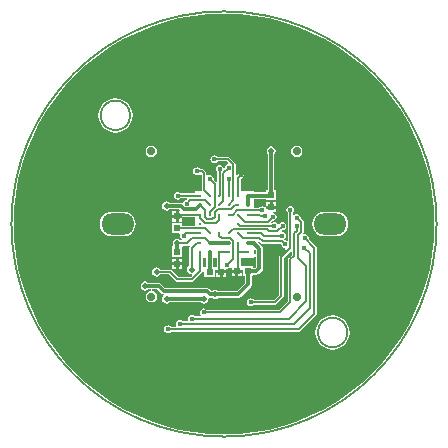
<source format=gtl>
%FSLAX25Y25*%
%MOIN*%
G70*
G01*
G75*
G04 Layer_Physical_Order=1*
G04 Layer_Color=255*
%ADD10R,0.02362X0.02362*%
%ADD11R,0.02362X0.02362*%
%ADD12C,0.01142*%
%ADD13C,0.00500*%
%ADD14C,0.00600*%
%ADD15C,0.01200*%
%ADD16C,0.00800*%
%ADD17C,0.00250*%
%ADD18C,0.02756*%
%ADD19O,0.11024X0.07087*%
%ADD20C,0.02000*%
%ADD21C,0.01600*%
G36*
X5001Y69932D02*
X9977Y69397D01*
X14903Y68509D01*
X19752Y67271D01*
X24501Y65690D01*
X29125Y63775D01*
X33600Y61535D01*
X37904Y58981D01*
X42015Y56127D01*
X45913Y52986D01*
X49546Y49603D01*
X49569Y49569D01*
X49603Y49547D01*
X52986Y45913D01*
X56126Y42016D01*
X58981Y37905D01*
X61535Y33601D01*
X63775Y29125D01*
X65690Y24501D01*
X67270Y19752D01*
X68508Y14903D01*
X69397Y9978D01*
X69932Y5002D01*
X70109Y40D01*
X70101Y0D01*
X70109Y-40D01*
X69932Y-5002D01*
X69397Y-9978D01*
X68508Y-14903D01*
X67270Y-19752D01*
X65690Y-24501D01*
X63775Y-29125D01*
X61535Y-33601D01*
X58981Y-37905D01*
X56126Y-42016D01*
X52986Y-45913D01*
X49603Y-49547D01*
X49569Y-49569D01*
X49546Y-49603D01*
X45913Y-52986D01*
X42015Y-56127D01*
X37904Y-58981D01*
X33600Y-61535D01*
X29125Y-63775D01*
X24501Y-65690D01*
X19752Y-67271D01*
X14903Y-68509D01*
X9977Y-69397D01*
X5001Y-69932D01*
X40Y-70109D01*
X-0Y-70101D01*
X-40Y-70109D01*
X-5002Y-69932D01*
X-9978Y-69397D01*
X-14904Y-68509D01*
X-19753Y-67271D01*
X-24502Y-65690D01*
X-29125Y-63775D01*
X-33601Y-61535D01*
X-37905Y-58981D01*
X-42016Y-56127D01*
X-45913Y-52986D01*
X-49547Y-49603D01*
X-49570Y-49569D01*
X-49603Y-49547D01*
X-52987Y-45913D01*
X-56127Y-42016D01*
X-58981Y-37905D01*
X-61535Y-33601D01*
X-63775Y-29125D01*
X-65691Y-24501D01*
X-67271Y-19752D01*
X-68509Y-14903D01*
X-69398Y-9978D01*
X-69933Y-5002D01*
X-70110Y-40D01*
X-70102Y0D01*
X-70110Y40D01*
X-69933Y5002D01*
X-69398Y9978D01*
X-68509Y14903D01*
X-67271Y19752D01*
X-65691Y24501D01*
X-63775Y29125D01*
X-61535Y33601D01*
X-58981Y37905D01*
X-56127Y42016D01*
X-52987Y45913D01*
X-49603Y49547D01*
X-49570Y49569D01*
X-49547Y49603D01*
X-45913Y52986D01*
X-42016Y56127D01*
X-37905Y58981D01*
X-33601Y61535D01*
X-29125Y63775D01*
X-24502Y65690D01*
X-19753Y67271D01*
X-14904Y68509D01*
X-9978Y69397D01*
X-5002Y69932D01*
X-40Y70109D01*
X-0Y70101D01*
X40Y70109D01*
X5001Y69932D01*
D02*
G37*
%LPC*%
G36*
X-13919Y-13700D02*
X-15100D01*
Y-14881D01*
X-13919D01*
Y-13700D01*
D02*
G37*
G36*
X-16100D02*
X-17281D01*
Y-14881D01*
X-16100D01*
Y-13700D01*
D02*
G37*
G36*
Y-11519D02*
X-17281D01*
Y-12700D01*
X-16100D01*
Y-11519D01*
D02*
G37*
G36*
X-33465Y4078D02*
X-37402D01*
X-38457Y3939D01*
X-39441Y3532D01*
X-40285Y2884D01*
X-40933Y2039D01*
X-41341Y1056D01*
X-41480Y0D01*
X-41341Y-1056D01*
X-40933Y-2039D01*
X-40285Y-2884D01*
X-39441Y-3532D01*
X-38457Y-3939D01*
X-37402Y-4078D01*
X-33465D01*
X-32409Y-3939D01*
X-31425Y-3532D01*
X-30581Y-2884D01*
X-29933Y-2039D01*
X-29525Y-1056D01*
X-29386Y0D01*
X-29525Y1056D01*
X-29933Y2039D01*
X-30581Y2884D01*
X-31425Y3532D01*
X-32409Y3939D01*
X-33465Y4078D01*
D02*
G37*
G36*
X-13919Y-11519D02*
X-15100D01*
Y-12700D01*
X-13919D01*
Y-11519D01*
D02*
G37*
G36*
X-1400Y-16400D02*
X-2581D01*
Y-17581D01*
X-1400D01*
Y-16400D01*
D02*
G37*
G36*
X36190Y-30470D02*
X34710Y-30665D01*
X33330Y-31237D01*
X32145Y-32146D01*
X31236Y-33330D01*
X30665Y-34710D01*
X30470Y-36191D01*
X30665Y-37671D01*
X31236Y-39051D01*
X32145Y-40235D01*
X33330Y-41144D01*
X34710Y-41716D01*
X36190Y-41911D01*
X37671Y-41716D01*
X39050Y-41144D01*
X40235Y-40235D01*
X41144Y-39051D01*
X41715Y-37671D01*
X41910Y-36191D01*
X41715Y-34710D01*
X41144Y-33330D01*
X40235Y-32146D01*
X39050Y-31237D01*
X37671Y-30665D01*
X36190Y-30470D01*
D02*
G37*
G36*
X781Y-16400D02*
X-400D01*
Y-17581D01*
X781D01*
Y-16400D01*
D02*
G37*
G36*
X5881Y-16300D02*
X4700D01*
Y-17481D01*
X5881D01*
Y-16300D01*
D02*
G37*
G36*
X3700D02*
X2519D01*
Y-17481D01*
X3700D01*
Y-16300D01*
D02*
G37*
G36*
X15700Y25929D02*
X15115Y25813D01*
X14619Y25481D01*
X14287Y24985D01*
X14171Y24400D01*
X14287Y23815D01*
X14579Y23379D01*
Y11218D01*
X14019D01*
Y10570D01*
X10000D01*
Y11400D01*
X9600Y11000D01*
X5540D01*
Y15087D01*
X6277Y15823D01*
X6454Y16088D01*
X6516Y16400D01*
X6454Y16712D01*
X6277Y16977D01*
X6012Y17154D01*
X5700Y17216D01*
X5388Y17154D01*
X5123Y16977D01*
X4377Y16230D01*
X3915Y16421D01*
Y19850D01*
X3856Y20143D01*
X3691Y20391D01*
X3691Y20391D01*
X1941Y22141D01*
X1693Y22307D01*
X1400Y22365D01*
X-2147D01*
X-2263Y22537D01*
X-2693Y22825D01*
X-3200Y22926D01*
X-3707Y22825D01*
X-4137Y22537D01*
X-4425Y22107D01*
X-4526Y21600D01*
X-4425Y21093D01*
X-4137Y20663D01*
X-3707Y20375D01*
X-3200Y20275D01*
X-2693Y20375D01*
X-2263Y20663D01*
X-2147Y20835D01*
X1083D01*
X1469Y20449D01*
X1324Y19971D01*
X1093Y19925D01*
X663Y19637D01*
X375Y19207D01*
X274Y18700D01*
X90Y18663D01*
X-275Y18907D01*
X-563Y19337D01*
X-993Y19625D01*
X-1500Y19726D01*
X-2007Y19625D01*
X-2437Y19337D01*
X-2725Y18907D01*
X-2826Y18400D01*
X-2725Y17893D01*
X-2437Y17463D01*
X-2316Y17381D01*
Y14250D01*
X-2778Y14059D01*
X-3515Y14796D01*
X-3475Y15000D01*
X-3575Y15507D01*
X-3863Y15937D01*
X-4293Y16225D01*
X-4800Y16326D01*
X-5307Y16225D01*
X-5494Y16100D01*
X-5935Y16335D01*
Y16900D01*
X-5935Y16900D01*
X-5935Y16900D01*
X-5993Y17193D01*
X-6050Y17276D01*
X-6050Y17276D01*
X-6159Y17441D01*
Y17441D01*
X-6159Y17441D01*
X-6859Y18141D01*
X-7107Y18306D01*
X-7400Y18365D01*
X-7948D01*
X-8063Y18537D01*
X-8493Y18825D01*
X-9000Y18925D01*
X-9507Y18825D01*
X-9937Y18537D01*
X-10225Y18107D01*
X-10326Y17600D01*
X-10225Y17093D01*
X-9937Y16663D01*
X-9507Y16375D01*
X-9000Y16274D01*
X-8493Y16375D01*
X-8063Y16663D01*
X-8063Y16663D01*
Y16663D01*
X-7890Y16749D01*
X-7465Y16486D01*
Y11424D01*
X-7457Y11387D01*
X-7774Y11000D01*
X-9765D01*
Y10265D01*
X-14430D01*
X-14512Y10386D01*
X-14942Y10673D01*
X-15449Y10774D01*
X-15956Y10673D01*
X-16386Y10386D01*
X-16673Y9956D01*
X-16774Y9449D01*
X-16673Y8942D01*
X-16386Y8512D01*
X-15956Y8224D01*
X-15449Y8123D01*
X-14942Y8224D01*
X-14512Y8512D01*
X-14430Y8633D01*
X-12302D01*
X-12300Y8629D01*
X-12346Y8395D01*
X-12501Y8105D01*
X-12907Y8025D01*
X-13337Y7737D01*
X-13625Y7307D01*
X-13662Y7117D01*
X-13858Y7036D01*
X-14287Y7122D01*
X-14287Y7122D01*
X-18079D01*
X-18515Y7413D01*
X-19100Y7529D01*
X-19685Y7413D01*
X-20181Y7081D01*
X-20513Y6585D01*
X-20629Y6000D01*
X-20513Y5415D01*
X-20181Y4919D01*
X-19685Y4587D01*
X-19100Y4471D01*
X-18515Y4587D01*
X-18079Y4879D01*
X-14869D01*
X-14591Y4463D01*
X-14707Y4181D01*
X-15100D01*
Y3000D01*
X-13919D01*
Y2334D01*
X-9765D01*
Y-553D01*
X-13919D01*
Y244D01*
X-17281D01*
Y-3118D01*
X-15063D01*
X-14746Y-3505D01*
X-14830Y-3926D01*
X-14729Y-4433D01*
X-14442Y-4863D01*
X-14082Y-5104D01*
X-14091Y-5133D01*
X-14303Y-5274D01*
X-14584Y-5375D01*
X-15015Y-5087D01*
X-15600Y-4971D01*
X-16185Y-5087D01*
X-16681Y-5419D01*
X-17013Y-5915D01*
X-17129Y-6500D01*
X-17013Y-7085D01*
X-16976Y-7141D01*
X-17211Y-7582D01*
X-17281D01*
Y-10944D01*
X-13919D01*
Y-7582D01*
D01*
Y-7582D01*
X-13755Y-7418D01*
X-12433D01*
X-12082Y-7348D01*
X-11807Y-7164D01*
X-11454Y-7518D01*
X-11554Y-7667D01*
X-11616Y-7980D01*
X-11616Y-7980D01*
Y-13941D01*
X-11881Y-14119D01*
X-12213Y-14615D01*
X-12329Y-15200D01*
X-12213Y-15785D01*
X-11881Y-16281D01*
X-11385Y-16613D01*
X-10806Y-16728D01*
X-10790Y-16779D01*
X-10698Y-17244D01*
X-11038Y-17584D01*
X-15262D01*
X-17423Y-15423D01*
X-17688Y-15246D01*
X-18000Y-15184D01*
X-18000Y-15184D01*
X-21241D01*
X-21419Y-14919D01*
X-21915Y-14587D01*
X-22500Y-14471D01*
X-23085Y-14587D01*
X-23581Y-14919D01*
X-23913Y-15415D01*
X-24029Y-16000D01*
X-23913Y-16585D01*
X-23581Y-17081D01*
X-23085Y-17413D01*
X-22500Y-17529D01*
X-21915Y-17413D01*
X-21419Y-17081D01*
X-21241Y-16816D01*
X-18338D01*
X-16177Y-18977D01*
X-16177Y-18977D01*
X-16018Y-19083D01*
X-15912Y-19154D01*
X-15600Y-19216D01*
X-10700D01*
X-10700Y-19216D01*
X-10388Y-19154D01*
X-10123Y-18977D01*
X-7297Y-16151D01*
X-7297Y-16151D01*
X-7191Y-15992D01*
X-7120Y-15886D01*
X-7058Y-15574D01*
Y-11500D01*
X-5846D01*
Y-14219D01*
X-6518D01*
Y-17581D01*
X-3156D01*
Y-14219D01*
X-3603D01*
Y-11500D01*
X-2492D01*
Y-14219D01*
X-2581D01*
Y-15400D01*
X781D01*
Y-15143D01*
X1046Y-14925D01*
X1554Y-14825D01*
X1984Y-14537D01*
X2040Y-14452D01*
X2519Y-14597D01*
Y-15300D01*
X5881D01*
Y-14119D01*
X5642D01*
Y-11500D01*
X9581D01*
X10678Y-10403D01*
X10000Y-9724D01*
Y-8639D01*
X10263Y-8531D01*
X10678Y-8808D01*
Y-14335D01*
X10335Y-14679D01*
X9818D01*
Y-14119D01*
X6456D01*
Y-17481D01*
X7015D01*
Y-19598D01*
X4235Y-22378D01*
X-1879D01*
X-2315Y-22087D01*
X-2900Y-21971D01*
X-3485Y-22087D01*
X-3921Y-22378D01*
X-4135D01*
X-4957Y-21557D01*
X-5321Y-21314D01*
X-5750Y-21228D01*
X-5750Y-21228D01*
X-19635D01*
X-20957Y-19907D01*
X-21321Y-19664D01*
X-21750Y-19578D01*
X-21750Y-19579D01*
X-25279D01*
X-25715Y-19287D01*
X-26300Y-19171D01*
X-26885Y-19287D01*
X-27381Y-19619D01*
X-27713Y-20115D01*
X-27829Y-20700D01*
X-27713Y-21285D01*
X-27381Y-21781D01*
X-26885Y-22113D01*
X-26300Y-22229D01*
X-25715Y-22113D01*
X-25279Y-21822D01*
X-24369D01*
X-24320Y-22319D01*
X-24320Y-22319D01*
X-24320D01*
X-24945Y-22444D01*
X-25567Y-22859D01*
X-25982Y-23480D01*
X-26127Y-24213D01*
X-25982Y-24945D01*
X-25567Y-25567D01*
X-24945Y-25982D01*
X-24213Y-26127D01*
X-23480Y-25982D01*
X-22859Y-25567D01*
X-22444Y-24945D01*
X-22298Y-24213D01*
X-22444Y-23480D01*
X-22859Y-22859D01*
X-23480Y-22444D01*
X-24106Y-22319D01*
X-24057Y-21822D01*
X-22215D01*
X-20893Y-23143D01*
X-20893Y-23143D01*
X-20529Y-23386D01*
X-20529Y-23386D01*
X-20529Y-23386D01*
D01*
X-20529Y-23386D01*
X-20529Y-23386D01*
X-20100Y-23471D01*
X-20100Y-23472D01*
X-20181Y-23919D01*
X-20513Y-24415D01*
X-20629Y-25000D01*
X-20513Y-25585D01*
X-20181Y-26081D01*
X-19685Y-26413D01*
X-19100Y-26529D01*
X-18515Y-26413D01*
X-18079Y-26122D01*
X-7762D01*
X-7326Y-26413D01*
X-6741Y-26529D01*
X-6155Y-26413D01*
X-5659Y-26081D01*
X-5328Y-25585D01*
X-5211Y-25000D01*
X-5227Y-24921D01*
X-4873Y-24567D01*
X-4600Y-24622D01*
X-4600Y-24622D01*
X-3921D01*
X-3485Y-24913D01*
X-2900Y-25029D01*
X-2315Y-24913D01*
X-1879Y-24622D01*
X4700D01*
X4700Y-24622D01*
X5129Y-24536D01*
X5493Y-24293D01*
X8930Y-20856D01*
X8930Y-20856D01*
X9173Y-20492D01*
X9258Y-20063D01*
Y-17481D01*
X9818D01*
Y-16921D01*
X10800D01*
X10800Y-16922D01*
X11229Y-16836D01*
X11593Y-16593D01*
X12593Y-15593D01*
X12593Y-15593D01*
X12836Y-15229D01*
X12922Y-14800D01*
Y-8200D01*
X12836Y-7771D01*
X12593Y-7407D01*
X12593Y-7407D01*
X11164Y-5978D01*
X11214Y-5856D01*
X11705Y-5758D01*
X12323Y-6377D01*
X12323Y-6377D01*
X12588Y-6554D01*
X12900Y-6616D01*
X18148D01*
X19074Y-6800D01*
X19175Y-7307D01*
X19463Y-7737D01*
X19893Y-8025D01*
X20361Y-8118D01*
X20470Y-8476D01*
X20496Y-8607D01*
X18559Y-10543D01*
X18394Y-10791D01*
X18335Y-11084D01*
Y-23583D01*
X16583Y-25335D01*
X9973D01*
X9858Y-25163D01*
X9428Y-24875D01*
X8920Y-24775D01*
X8413Y-24875D01*
X7983Y-25163D01*
X7696Y-25593D01*
X7595Y-26100D01*
X7696Y-26607D01*
X7983Y-27037D01*
X8413Y-27325D01*
X8920Y-27426D01*
X9428Y-27325D01*
X9858Y-27037D01*
X9973Y-26865D01*
X16900D01*
X17193Y-26807D01*
X17441Y-26641D01*
X19641Y-24441D01*
X19806Y-24193D01*
X19865Y-23900D01*
X19865Y-23900D01*
X19865Y-23900D01*
Y-23900D01*
Y-11401D01*
X22073Y-9192D01*
X22535Y-9383D01*
Y-10268D01*
X21544Y-11259D01*
X21378Y-11507D01*
X21320Y-11800D01*
Y-25599D01*
X18183Y-28735D01*
X-5775D01*
X-5890Y-28563D01*
X-6320Y-28275D01*
X-6828Y-28174D01*
X-7335Y-28275D01*
X-7765Y-28563D01*
X-8052Y-28993D01*
X-8153Y-29500D01*
X-8052Y-30007D01*
X-7828Y-30343D01*
X-8063Y-30784D01*
X-9746D01*
X-9827Y-30663D01*
X-10257Y-30375D01*
X-10765Y-30275D01*
X-11272Y-30375D01*
X-11702Y-30663D01*
X-11989Y-31093D01*
X-12090Y-31600D01*
X-11991Y-32098D01*
X-12308Y-32484D01*
X-13683D01*
X-13764Y-32363D01*
X-14194Y-32075D01*
X-14702Y-31975D01*
X-15209Y-32075D01*
X-15639Y-32363D01*
X-15926Y-32793D01*
X-16027Y-33300D01*
X-15926Y-33807D01*
X-15902Y-33843D01*
X-16138Y-34284D01*
X-17620D01*
X-17701Y-34163D01*
X-18131Y-33875D01*
X-18639Y-33775D01*
X-19146Y-33875D01*
X-19576Y-34163D01*
X-19863Y-34593D01*
X-19964Y-35100D01*
X-19863Y-35607D01*
X-19576Y-36037D01*
X-19146Y-36325D01*
X-18639Y-36426D01*
X-18131Y-36325D01*
X-17701Y-36037D01*
X-17620Y-35916D01*
X24900D01*
X24900Y-35916D01*
X25212Y-35854D01*
X25477Y-35677D01*
X30677Y-30477D01*
X30854Y-30212D01*
X30916Y-29900D01*
X30916Y-29900D01*
Y-7900D01*
X30916Y-7900D01*
X30916Y-7900D01*
X30854Y-7588D01*
X30794Y-7498D01*
X30794Y-7498D01*
X30783Y-7482D01*
Y-7482D01*
D01*
D01*
Y-7482D01*
D01*
X30677Y-7323D01*
X30677Y-7323D01*
X28297Y-4943D01*
X28326Y-4800D01*
X28225Y-4293D01*
X27937Y-3863D01*
X27507Y-3575D01*
X27000Y-3475D01*
X26770Y-3520D01*
X26492Y-3105D01*
X26554Y-3012D01*
X26616Y-2700D01*
Y500D01*
X26616Y500D01*
X26616Y500D01*
X26554Y812D01*
X26494Y902D01*
X26494Y902D01*
X26483Y918D01*
Y918D01*
D01*
D01*
Y918D01*
D01*
X26377Y1077D01*
X26377Y1077D01*
X25497Y1957D01*
X25526Y2100D01*
X25425Y2607D01*
X25137Y3037D01*
X24707Y3325D01*
X24200Y3426D01*
X23693Y3325D01*
X23306Y3066D01*
X22877Y3295D01*
X22865Y3303D01*
Y3600D01*
X22865Y3600D01*
D01*
X23037Y3763D01*
X23037Y3763D01*
X23037D01*
X23325Y4193D01*
X23426Y4700D01*
X23325Y5207D01*
X23037Y5637D01*
X22607Y5925D01*
X22100Y6025D01*
X21593Y5925D01*
X21163Y5637D01*
X20875Y5207D01*
X20775Y4700D01*
X20875Y4193D01*
X21163Y3763D01*
X21335Y3647D01*
Y3600D01*
Y2800D01*
Y-5347D01*
X20907Y-5575D01*
X20400Y-5474D01*
X20363Y-5482D01*
X19977Y-5165D01*
Y-5011D01*
X20237Y-4837D01*
X20525Y-4407D01*
X20626Y-3900D01*
X20525Y-3393D01*
X20237Y-2963D01*
X19807Y-2675D01*
X19300Y-2575D01*
X19202Y-2080D01*
X19500Y-2025D01*
X19500D01*
X20007Y-1925D01*
X20437Y-1637D01*
X20725Y-1207D01*
X20825Y-700D01*
X20725Y-193D01*
X20437Y237D01*
X20007Y525D01*
X19500Y625D01*
X18993Y525D01*
X18563Y237D01*
X18400Y-6D01*
X17900D01*
X17737Y237D01*
X17307Y525D01*
X16800Y625D01*
X16293Y525D01*
X15958Y301D01*
X15641Y688D01*
X16057Y1103D01*
X16200Y1075D01*
X16707Y1175D01*
X17137Y1463D01*
X17425Y1893D01*
X17526Y2400D01*
X17425Y2907D01*
X17137Y3337D01*
X16707Y3625D01*
X16200Y3726D01*
X16393Y3919D01*
X17381D01*
Y5100D01*
X14019D01*
Y5813D01*
X13578Y5577D01*
X13207Y5825D01*
X12700Y5926D01*
X12193Y5825D01*
X11763Y5537D01*
X11648Y5365D01*
X10000D01*
Y8327D01*
X14019D01*
Y7856D01*
X17381D01*
Y11218D01*
X16822D01*
Y23379D01*
X17113Y23815D01*
X17229Y24400D01*
X17113Y24985D01*
X16781Y25481D01*
X16285Y25813D01*
X15700Y25929D01*
D02*
G37*
G36*
X17381Y7281D02*
X16200D01*
Y6100D01*
X17381D01*
Y7281D01*
D02*
G37*
G36*
X-24213Y26127D02*
X-24945Y25982D01*
X-25567Y25567D01*
X-25982Y24945D01*
X-26127Y24213D01*
X-25982Y23480D01*
X-25567Y22859D01*
X-24945Y22444D01*
X-24213Y22298D01*
X-23480Y22444D01*
X-22859Y22859D01*
X-22444Y23480D01*
X-22298Y24213D01*
X-22444Y24945D01*
X-22859Y25567D01*
X-23480Y25982D01*
X-24213Y26127D01*
D02*
G37*
G36*
X-36191Y41911D02*
X-37671Y41716D01*
X-39051Y41144D01*
X-40236Y40235D01*
X-41145Y39051D01*
X-41716Y37671D01*
X-41911Y36191D01*
X-41716Y34710D01*
X-41145Y33330D01*
X-40236Y32146D01*
X-39051Y31237D01*
X-37671Y30665D01*
X-36191Y30470D01*
X-34710Y30665D01*
X-33331Y31237D01*
X-32146Y32146D01*
X-31237Y33330D01*
X-30666Y34710D01*
X-30471Y36191D01*
X-30666Y37671D01*
X-31237Y39051D01*
X-32146Y40235D01*
X-33331Y41144D01*
X-34710Y41716D01*
X-36191Y41911D01*
D02*
G37*
G36*
X24213Y26127D02*
X23480Y25982D01*
X22859Y25567D01*
X22444Y24945D01*
X22298Y24213D01*
X22444Y23480D01*
X22859Y22859D01*
X23480Y22444D01*
X24213Y22298D01*
X24945Y22444D01*
X25567Y22859D01*
X25982Y23480D01*
X26127Y24213D01*
X25982Y24945D01*
X25567Y25567D01*
X24945Y25982D01*
X24213Y26127D01*
D02*
G37*
G36*
X-16100Y2000D02*
X-17281D01*
Y819D01*
X-16100D01*
Y2000D01*
D02*
G37*
G36*
X37402Y4078D02*
X33465D01*
X32409Y3939D01*
X31425Y3532D01*
X30581Y2884D01*
X29933Y2039D01*
X29525Y1056D01*
X29386Y0D01*
X29525Y-1056D01*
X29933Y-2039D01*
X30581Y-2884D01*
X31425Y-3532D01*
X32409Y-3939D01*
X33465Y-4078D01*
X37402D01*
X38457Y-3939D01*
X39441Y-3532D01*
X40285Y-2884D01*
X40933Y-2039D01*
X41341Y-1056D01*
X41480Y0D01*
X41341Y1056D01*
X40933Y2039D01*
X40285Y2884D01*
X39441Y3532D01*
X38457Y3939D01*
X37402Y4078D01*
D02*
G37*
G36*
X-13919Y2000D02*
X-15100D01*
Y819D01*
X-13919D01*
Y2000D01*
D02*
G37*
G36*
X15200Y7281D02*
X14019D01*
Y6100D01*
X15200D01*
Y7281D01*
D02*
G37*
G36*
X-16100Y4181D02*
X-17281D01*
Y3000D01*
X-16100D01*
Y4181D01*
D02*
G37*
%LPD*%
D10*
X8137Y-15800D02*
D03*
X4200D02*
D03*
X-900Y-15900D02*
D03*
X-4837D02*
D03*
D11*
X15700Y9537D02*
D03*
Y5600D02*
D03*
X-15600Y-9263D02*
D03*
Y-13200D02*
D03*
Y2500D02*
D03*
Y-1437D02*
D03*
D12*
X7874Y-9449D02*
D03*
X4724D02*
D03*
X1575D02*
D03*
X-1575D02*
D03*
X-4724D02*
D03*
X-7874D02*
D03*
X7874Y-6299D02*
D03*
X4724D02*
D03*
X1575D02*
D03*
X-1575D02*
D03*
X-4724D02*
D03*
X-7874D02*
D03*
X7874Y-3150D02*
D03*
X4724D02*
D03*
X1575D02*
D03*
X-1575D02*
D03*
X-4724D02*
D03*
X-7874D02*
D03*
X4724Y0D02*
D03*
X-7874D02*
D03*
X7874Y3150D02*
D03*
X4724D02*
D03*
X1575D02*
D03*
X-1575D02*
D03*
X-4724D02*
D03*
X-7874D02*
D03*
X7874Y6299D02*
D03*
X4724D02*
D03*
X1575D02*
D03*
X-1575D02*
D03*
X-4724D02*
D03*
X-7874D02*
D03*
X7874Y9449D02*
D03*
X4724D02*
D03*
X1575D02*
D03*
X-1575D02*
D03*
X-4724D02*
D03*
X-7874D02*
D03*
D13*
X23300Y-10585D02*
Y-3100D01*
X22085Y-11800D02*
X23300Y-10585D01*
X22085Y-25915D02*
Y-11800D01*
X16900Y-26100D02*
X19100Y-23900D01*
X8920Y-26100D02*
X16900D01*
X19100Y-23900D02*
Y-11084D01*
X18500Y-29500D02*
X22085Y-25915D01*
X23300Y-3100D02*
X24200Y-2200D01*
Y-700D01*
X-6828Y-29500D02*
X18500D01*
X19100Y-11084D02*
X22100Y-8084D01*
Y2800D01*
X-3100Y5600D02*
Y13300D01*
X-4724Y3976D02*
X-3100Y5600D01*
X-4724Y3150D02*
Y3976D01*
X-200Y16900D02*
X1600Y18700D01*
X-200Y7674D02*
Y16900D01*
X-9000Y17600D02*
X-7400D01*
X-6700Y16900D01*
Y11424D02*
Y16900D01*
X1046Y-13600D02*
X2975Y-11672D01*
Y-5790D01*
X1985Y-4800D02*
X2975Y-5790D01*
X-700Y-4800D02*
X1985D01*
X-1575Y-3925D02*
X-700Y-4800D01*
X-1575Y-3925D02*
Y-3150D01*
X2850Y3150D02*
X4300Y4600D01*
X1575Y3150D02*
X2850D01*
X4300Y4600D02*
X12700D01*
X12300Y2500D02*
X13800D01*
X22100Y2800D02*
Y4700D01*
Y2800D02*
Y3600D01*
X14329Y-1829D02*
X15000Y-2500D01*
X17700D01*
X19500Y-700D01*
X12629Y-1829D02*
X13000D01*
X2896D02*
X12629D01*
X14329D01*
X11650Y3150D02*
X12300Y2500D01*
X7874Y3150D02*
X11650D01*
X1575Y-3150D02*
X2896Y-1829D01*
X-11200Y8000D02*
X-6425D01*
X-12400Y6800D02*
X-11200Y8000D01*
X-6425D02*
X-4724Y6299D01*
X-6700Y11424D02*
X-4724Y9449D01*
X-4800Y15000D02*
X-3100Y13300D01*
X1575Y6299D02*
X3150Y7874D01*
X-3200Y21600D02*
X1400D01*
X3150Y19850D01*
Y7874D02*
Y19850D01*
X-1575Y6299D02*
X-200Y7674D01*
X1575Y9449D02*
Y14975D01*
X70866Y0D02*
G03*
X70866Y0I-70866J0D01*
G01*
X-31270Y36191D02*
G03*
X-31270Y36191I-4921J0D01*
G01*
X41111Y-36191D02*
G03*
X41111Y-36191I-4921J0D01*
G01*
D14*
X-18000Y-16000D02*
X-15600Y-18400D01*
X-22500Y-16000D02*
X-18000D01*
X-15600Y-18400D02*
X-10700D01*
X24800Y-11400D02*
X27400Y-14000D01*
X24800Y-11400D02*
Y-3700D01*
X27400Y-25800D02*
Y-14000D01*
X21600Y-31600D02*
X27400Y-25800D01*
X26600Y-7900D02*
X28500Y-9800D01*
Y-28000D02*
Y-9800D01*
X23200Y-33300D02*
X28500Y-28000D01*
X27000Y-4800D02*
X30100Y-7900D01*
Y-29900D02*
Y-7900D01*
X24900Y-35100D02*
X30100Y-29900D01*
X-10765Y-31600D02*
X21600D01*
X-14702Y-33300D02*
X23200D01*
X-18639Y-35100D02*
X24900D01*
X4724Y15424D02*
X5700Y16400D01*
X4724Y9449D02*
Y15424D01*
X-15600Y2500D02*
X-14950Y3150D01*
X-7874D01*
Y2077D02*
X-6197Y400D01*
X-7874Y2077D02*
Y3150D01*
X-6197Y400D02*
X-2600D01*
X-1575Y1425D01*
Y9449D02*
X-1500Y9524D01*
Y18400D01*
X-1575Y18325D02*
X-1500Y18400D01*
X-13505Y-3926D02*
X-12728Y-3150D01*
X-7874D01*
X-10700Y-18400D02*
X-7874Y-15574D01*
Y-9449D01*
X-10800Y-15200D02*
Y-7980D01*
X-9120Y-6299D01*
X-7874D01*
X19400Y-5800D02*
X20400Y-6800D01*
X12900Y-5800D02*
X19400D01*
X24800Y-3700D02*
X25800Y-2700D01*
Y500D01*
X24200Y2100D02*
X25800Y500D01*
X7074Y800D02*
X14600D01*
X16200Y2400D01*
X11800Y-4700D02*
X12900Y-5800D01*
X6275Y-4700D02*
X11800D01*
X4724Y-3150D02*
X6275Y-4700D01*
X13200Y-3900D02*
X19300D01*
X12450Y-3150D02*
X13200Y-3900D01*
X7874Y-3150D02*
X12450D01*
X5424Y-700D02*
X16800D01*
X4724Y0D02*
X5424Y-700D01*
X4724Y3150D02*
X7074Y800D01*
X-15449Y9449D02*
X-7874D01*
D15*
X-21750Y-20700D02*
X-20100Y-22350D01*
X-5750D01*
X-26300Y-20700D02*
X-21750D01*
X-5750Y-22350D02*
X-4600Y-23500D01*
X-2900D02*
X4700D01*
X-4600D02*
X-2900D01*
X4700D02*
X8137Y-20063D01*
Y-15800D01*
X-4837Y-15900D02*
X-4724Y-15787D01*
Y-9449D01*
X-12933Y-25000D02*
X-6800D01*
X-19100D02*
X-12933D01*
X-15600Y-9263D02*
Y-6500D01*
X-4724Y-6299D02*
X-1575D01*
X1575D01*
X-19100Y6000D02*
X-14287D01*
X-13187Y4900D02*
X-9273D01*
X-7874Y6299D01*
X-14287Y6000D02*
X-13187Y4900D01*
X15700Y9537D02*
Y24400D01*
X15612Y9449D02*
X15700Y9537D01*
X7874Y9449D02*
X15612D01*
X7874Y6299D02*
Y9449D01*
X8137Y-15800D02*
X10800D01*
X11800Y-14800D01*
Y-8200D01*
X9899Y-6299D02*
X11800Y-8200D01*
X7874Y-6299D02*
X9899D01*
D16*
X-1575Y1425D02*
Y3150D01*
X-3900Y1600D02*
X-3046Y2454D01*
X-5700Y1600D02*
X-3900D01*
X-3046Y2454D02*
Y3854D01*
X-2072Y4828D01*
X-1575Y-15225D02*
X-900Y-15900D01*
X-1575Y-15225D02*
Y-9449D01*
X1575D01*
X4724Y-15276D02*
Y-9449D01*
X4200Y-15800D02*
X4724Y-15276D01*
Y-9449D02*
X7874D01*
X4724D02*
Y-6299D01*
X-12433Y-6500D02*
X-10633Y-4700D01*
X-15600Y-6500D02*
X-12433D01*
X-10633Y-4700D02*
X-6324D01*
X-15566Y-1471D02*
X-6403D01*
X-4724Y-3150D01*
X-15600Y-1437D02*
X-15566Y-1471D01*
X-6324Y-4700D02*
X-4724Y-6299D01*
X-7874Y6299D02*
X-6300Y4725D01*
Y2200D02*
Y4725D01*
Y2200D02*
X-5700Y1600D01*
X-2072Y4828D02*
X2184D01*
X3655Y6299D01*
X4724D01*
D17*
X50235Y50110D02*
G03*
X50235Y50110I-125J0D01*
G01*
X125Y70866D02*
G03*
X125Y70866I-125J0D01*
G01*
X-49985Y50110D02*
G03*
X-49985Y50110I-125J0D01*
G01*
X-70741Y0D02*
G03*
X-70741Y0I-125J0D01*
G01*
X-49985Y-50110D02*
G03*
X-49985Y-50110I-125J0D01*
G01*
X125Y-70866D02*
G03*
X125Y-70866I-125J0D01*
G01*
X50235Y-50110D02*
G03*
X50235Y-50110I-125J0D01*
G01*
X70991Y0D02*
G03*
X70991Y0I-125J0D01*
G01*
D18*
X-24213Y-24213D02*
D03*
X24213D02*
D03*
X-24213Y24213D02*
D03*
X24213D02*
D03*
D19*
X35433Y0D02*
D03*
X-35433D02*
D03*
D20*
X-33100Y11800D02*
D03*
X-27400Y-34900D02*
D03*
X-16600Y-47200D02*
D03*
X28000Y-36800D02*
D03*
X32700Y-18800D02*
D03*
X21900Y14200D02*
D03*
X-11500Y21300D02*
D03*
X15300Y28700D02*
D03*
X18900Y19400D02*
D03*
X12500Y17700D02*
D03*
X8900Y21400D02*
D03*
X-13600Y14800D02*
D03*
X-18400Y18900D02*
D03*
X-21200Y9600D02*
D03*
X31900Y-8800D02*
D03*
X26600Y7100D02*
D03*
X21200Y8000D02*
D03*
X-21900Y-5200D02*
D03*
X-23600Y-12900D02*
D03*
X-27400Y-28300D02*
D03*
X-30300Y-22400D02*
D03*
Y-15600D02*
D03*
X7000Y-24300D02*
D03*
X-6600Y-19500D02*
D03*
X-10700Y-28000D02*
D03*
X-20300Y-29000D02*
D03*
X-8600Y-48700D02*
D03*
X-1400Y-48600D02*
D03*
X5300Y-48700D02*
D03*
X-26300Y-20700D02*
D03*
X-22500Y-16000D02*
D03*
X-10800Y-15200D02*
D03*
X-15600Y-6500D02*
D03*
X-19100Y6000D02*
D03*
Y-25000D02*
D03*
X-6741D02*
D03*
X15700Y24400D02*
D03*
X-2900Y-23500D02*
D03*
D21*
X5700Y16400D02*
D03*
X1046Y-13600D02*
D03*
X-13505Y-3926D02*
D03*
X27000Y-4800D02*
D03*
X26600Y-7900D02*
D03*
X24200Y2100D02*
D03*
Y-700D02*
D03*
X22100Y4700D02*
D03*
X20400Y-6800D02*
D03*
X19300Y-3900D02*
D03*
X19500Y-700D02*
D03*
X16800D02*
D03*
X13800Y2500D02*
D03*
X12700Y4600D02*
D03*
X16200Y2400D02*
D03*
X-18639Y-35100D02*
D03*
X-14702Y-33300D02*
D03*
X-10765Y-31600D02*
D03*
X-6828Y-29500D02*
D03*
X8920Y-26100D02*
D03*
X-12400Y6800D02*
D03*
X-15449Y9449D02*
D03*
X-9000Y17600D02*
D03*
X-4800Y15000D02*
D03*
X-3200Y21600D02*
D03*
X-1500Y18400D02*
D03*
X1600Y18700D02*
D03*
X1575Y14975D02*
D03*
M02*

</source>
